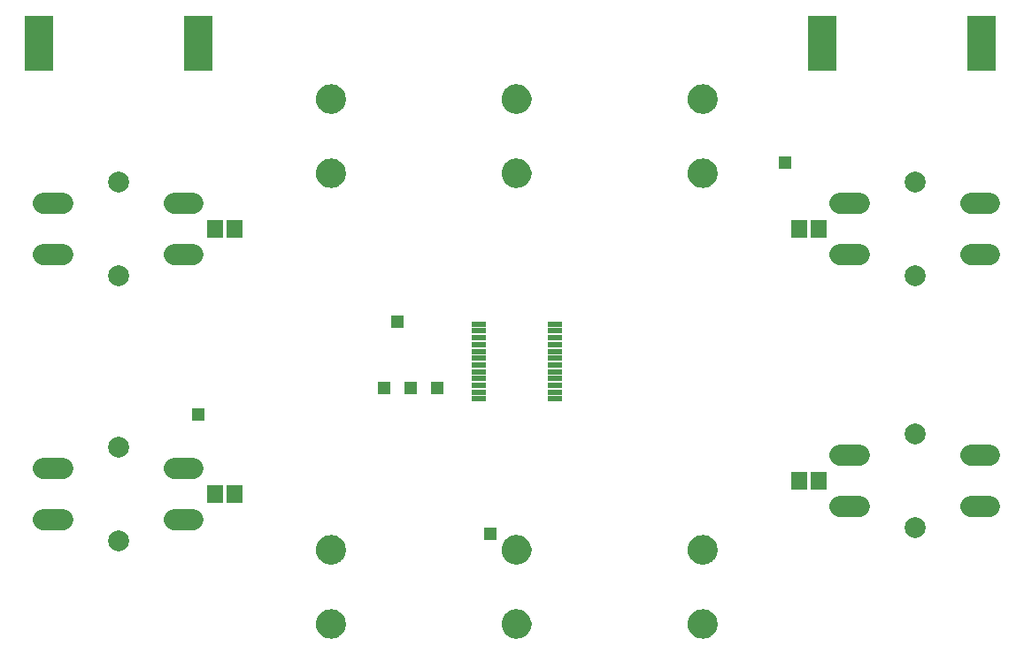
<source format=gbs>
G75*
%MOIN*%
%OFA0B0*%
%FSLAX25Y25*%
%IPPOS*%
%LPD*%
%AMOC8*
5,1,8,0,0,1.08239X$1,22.5*
%
%ADD10C,0.00500*%
%ADD11R,0.05721X0.02375*%
%ADD12R,0.10800X0.20800*%
%ADD13C,0.07850*%
%ADD14C,0.07900*%
%ADD15R,0.05918X0.06706*%
%ADD16R,0.04762X0.04762*%
D10*
X0133692Y0035176D02*
X0134382Y0034535D01*
X0135173Y0034023D01*
X0136041Y0033657D01*
X0136959Y0033447D01*
X0137900Y0033400D01*
X0138784Y0033495D01*
X0139638Y0033742D01*
X0140437Y0034133D01*
X0141155Y0034657D01*
X0141771Y0035298D01*
X0142267Y0036037D01*
X0142627Y0036850D01*
X0142840Y0037713D01*
X0142900Y0038600D01*
X0142830Y0039495D01*
X0142607Y0040364D01*
X0142235Y0041182D01*
X0141727Y0041922D01*
X0141099Y0042563D01*
X0140368Y0043085D01*
X0139558Y0043472D01*
X0138694Y0043713D01*
X0137800Y0043800D01*
X0136869Y0043745D01*
X0135961Y0043529D01*
X0135105Y0043158D01*
X0134326Y0042645D01*
X0133648Y0042004D01*
X0133092Y0041255D01*
X0132674Y0040421D01*
X0132407Y0039527D01*
X0132300Y0038600D01*
X0132417Y0037665D01*
X0132694Y0036765D01*
X0133123Y0035927D01*
X0133692Y0035176D01*
X0133862Y0035018D02*
X0141502Y0035018D01*
X0141918Y0035517D02*
X0133434Y0035517D01*
X0133078Y0036015D02*
X0142252Y0036015D01*
X0142478Y0036514D02*
X0132823Y0036514D01*
X0132618Y0037012D02*
X0142667Y0037012D01*
X0142790Y0037511D02*
X0132464Y0037511D01*
X0132374Y0038009D02*
X0142860Y0038009D01*
X0142894Y0038508D02*
X0132312Y0038508D01*
X0132347Y0039006D02*
X0142868Y0039006D01*
X0142828Y0039505D02*
X0132405Y0039505D01*
X0132549Y0040003D02*
X0142700Y0040003D01*
X0142544Y0040502D02*
X0132715Y0040502D01*
X0132964Y0041000D02*
X0142318Y0041000D01*
X0142018Y0041499D02*
X0133273Y0041499D01*
X0133643Y0041997D02*
X0141653Y0041997D01*
X0141165Y0042496D02*
X0134168Y0042496D01*
X0134856Y0042994D02*
X0140495Y0042994D01*
X0139485Y0043493D02*
X0135878Y0043493D01*
X0134406Y0034520D02*
X0140966Y0034520D01*
X0140208Y0034021D02*
X0135179Y0034021D01*
X0136630Y0033523D02*
X0138880Y0033523D01*
X0137900Y0061400D02*
X0138784Y0061495D01*
X0139638Y0061742D01*
X0140437Y0062133D01*
X0141155Y0062657D01*
X0141771Y0063298D01*
X0142267Y0064037D01*
X0142627Y0064850D01*
X0142840Y0065713D01*
X0142900Y0066600D01*
X0142830Y0067495D01*
X0142607Y0068364D01*
X0142235Y0069182D01*
X0141727Y0069922D01*
X0141099Y0070563D01*
X0140368Y0071085D01*
X0139558Y0071472D01*
X0138694Y0071713D01*
X0137800Y0071800D01*
X0136869Y0071745D01*
X0135961Y0071529D01*
X0135105Y0071158D01*
X0134326Y0070645D01*
X0133648Y0070004D01*
X0133092Y0069255D01*
X0132674Y0068421D01*
X0132407Y0067527D01*
X0132300Y0066600D01*
X0132417Y0065665D01*
X0132694Y0064765D01*
X0133123Y0063927D01*
X0133692Y0063176D01*
X0134382Y0062535D01*
X0135173Y0062023D01*
X0136041Y0061657D01*
X0136959Y0061447D01*
X0137900Y0061400D01*
X0138266Y0061439D02*
X0137120Y0061439D01*
X0135376Y0061938D02*
X0140038Y0061938D01*
X0140852Y0062436D02*
X0134535Y0062436D01*
X0133951Y0062935D02*
X0141421Y0062935D01*
X0141862Y0063433D02*
X0133497Y0063433D01*
X0133121Y0063932D02*
X0142196Y0063932D01*
X0142441Y0064430D02*
X0132866Y0064430D01*
X0132644Y0064929D02*
X0142646Y0064929D01*
X0142769Y0065427D02*
X0132490Y0065427D01*
X0132384Y0065926D02*
X0142854Y0065926D01*
X0142888Y0066424D02*
X0132322Y0066424D01*
X0132337Y0066923D02*
X0142875Y0066923D01*
X0142836Y0067421D02*
X0132395Y0067421D01*
X0132525Y0067920D02*
X0142721Y0067920D01*
X0142582Y0068418D02*
X0132673Y0068418D01*
X0132922Y0068917D02*
X0142355Y0068917D01*
X0142075Y0069415D02*
X0133211Y0069415D01*
X0133581Y0069914D02*
X0141733Y0069914D01*
X0141246Y0070412D02*
X0134080Y0070412D01*
X0134730Y0070911D02*
X0140612Y0070911D01*
X0139690Y0071409D02*
X0135686Y0071409D01*
X0202322Y0066923D02*
X0212860Y0066923D01*
X0212900Y0066600D02*
X0212783Y0067535D01*
X0212506Y0068435D01*
X0212077Y0069273D01*
X0211508Y0070024D01*
X0210818Y0070665D01*
X0210027Y0071177D01*
X0209159Y0071543D01*
X0208241Y0071753D01*
X0207300Y0071800D01*
X0206416Y0071705D01*
X0205562Y0071458D01*
X0204763Y0071067D01*
X0204045Y0070543D01*
X0203429Y0069902D01*
X0202933Y0069163D01*
X0202573Y0068350D01*
X0202360Y0067487D01*
X0202300Y0066600D01*
X0202370Y0065705D01*
X0202593Y0064836D01*
X0202965Y0064018D01*
X0203473Y0063278D01*
X0204101Y0062637D01*
X0204832Y0062115D01*
X0205642Y0061728D01*
X0206506Y0061487D01*
X0207400Y0061400D01*
X0208331Y0061455D01*
X0209239Y0061671D01*
X0210095Y0062042D01*
X0210874Y0062555D01*
X0211552Y0063196D01*
X0212108Y0063945D01*
X0212526Y0064779D01*
X0212793Y0065673D01*
X0212900Y0066600D01*
X0212880Y0066424D02*
X0202314Y0066424D01*
X0202352Y0065926D02*
X0212822Y0065926D01*
X0212719Y0065427D02*
X0202441Y0065427D01*
X0202569Y0064929D02*
X0212571Y0064929D01*
X0212351Y0064430D02*
X0202778Y0064430D01*
X0203024Y0063932D02*
X0212098Y0063932D01*
X0211728Y0063433D02*
X0203366Y0063433D01*
X0203809Y0062935D02*
X0211275Y0062935D01*
X0210693Y0062436D02*
X0204382Y0062436D01*
X0205202Y0061938D02*
X0209855Y0061938D01*
X0208061Y0061439D02*
X0206997Y0061439D01*
X0202356Y0067421D02*
X0212797Y0067421D01*
X0212665Y0067920D02*
X0202467Y0067920D01*
X0202603Y0068418D02*
X0212511Y0068418D01*
X0212259Y0068917D02*
X0202824Y0068917D01*
X0203102Y0069415D02*
X0211969Y0069415D01*
X0211592Y0069914D02*
X0203441Y0069914D01*
X0203920Y0070412D02*
X0211090Y0070412D01*
X0210438Y0070911D02*
X0204550Y0070911D01*
X0205462Y0071409D02*
X0209475Y0071409D01*
X0208241Y0043753D02*
X0207300Y0043800D01*
X0206416Y0043705D01*
X0205562Y0043458D01*
X0204763Y0043067D01*
X0204045Y0042543D01*
X0203429Y0041902D01*
X0202933Y0041163D01*
X0202573Y0040350D01*
X0202360Y0039487D01*
X0202300Y0038600D01*
X0202370Y0037705D01*
X0202593Y0036836D01*
X0202965Y0036018D01*
X0203473Y0035278D01*
X0204101Y0034637D01*
X0204832Y0034115D01*
X0205642Y0033728D01*
X0206506Y0033487D01*
X0207400Y0033400D01*
X0208331Y0033455D01*
X0209239Y0033671D01*
X0210095Y0034042D01*
X0210874Y0034555D01*
X0211552Y0035196D01*
X0212108Y0035945D01*
X0212526Y0036779D01*
X0212793Y0037673D01*
X0212900Y0038600D01*
X0212783Y0039535D01*
X0212506Y0040435D01*
X0212077Y0041273D01*
X0211508Y0042024D01*
X0210818Y0042665D01*
X0210027Y0043177D01*
X0209159Y0043543D01*
X0208241Y0043753D01*
X0209277Y0043493D02*
X0205681Y0043493D01*
X0204664Y0042994D02*
X0210309Y0042994D01*
X0211000Y0042496D02*
X0204000Y0042496D01*
X0203521Y0041997D02*
X0211529Y0041997D01*
X0211906Y0041499D02*
X0203158Y0041499D01*
X0202861Y0041000D02*
X0212216Y0041000D01*
X0212472Y0040502D02*
X0202640Y0040502D01*
X0202488Y0040003D02*
X0212639Y0040003D01*
X0212787Y0039505D02*
X0202364Y0039505D01*
X0202328Y0039006D02*
X0212849Y0039006D01*
X0212889Y0038508D02*
X0202307Y0038508D01*
X0202346Y0038009D02*
X0212832Y0038009D01*
X0212744Y0037511D02*
X0202420Y0037511D01*
X0202548Y0037012D02*
X0212596Y0037012D01*
X0212393Y0036514D02*
X0202740Y0036514D01*
X0202967Y0036015D02*
X0212143Y0036015D01*
X0211790Y0035517D02*
X0203309Y0035517D01*
X0203728Y0035018D02*
X0211364Y0035018D01*
X0210820Y0034520D02*
X0204266Y0034520D01*
X0205028Y0034021D02*
X0210047Y0034021D01*
X0208614Y0033523D02*
X0206378Y0033523D01*
X0272300Y0038600D02*
X0272417Y0037665D01*
X0272694Y0036765D01*
X0273123Y0035927D01*
X0273692Y0035176D01*
X0274382Y0034535D01*
X0275173Y0034023D01*
X0276041Y0033657D01*
X0276959Y0033447D01*
X0277900Y0033400D01*
X0278784Y0033495D01*
X0279638Y0033742D01*
X0280437Y0034133D01*
X0281155Y0034657D01*
X0281771Y0035298D01*
X0282267Y0036037D01*
X0282627Y0036850D01*
X0282840Y0037713D01*
X0282900Y0038600D01*
X0282830Y0039495D01*
X0282607Y0040364D01*
X0282235Y0041182D01*
X0281727Y0041922D01*
X0281099Y0042563D01*
X0280368Y0043085D01*
X0279558Y0043472D01*
X0278694Y0043713D01*
X0277800Y0043800D01*
X0276869Y0043745D01*
X0275961Y0043529D01*
X0275105Y0043158D01*
X0274326Y0042645D01*
X0273648Y0042004D01*
X0273092Y0041255D01*
X0272674Y0040421D01*
X0272407Y0039527D01*
X0272300Y0038600D01*
X0272312Y0038508D02*
X0282894Y0038508D01*
X0282868Y0039006D02*
X0272347Y0039006D01*
X0272405Y0039505D02*
X0282828Y0039505D01*
X0282700Y0040003D02*
X0272549Y0040003D01*
X0272715Y0040502D02*
X0282544Y0040502D01*
X0282318Y0041000D02*
X0272964Y0041000D01*
X0273273Y0041499D02*
X0282018Y0041499D01*
X0281653Y0041997D02*
X0273643Y0041997D01*
X0274168Y0042496D02*
X0281165Y0042496D01*
X0280495Y0042994D02*
X0274856Y0042994D01*
X0275878Y0043493D02*
X0279485Y0043493D01*
X0282860Y0038009D02*
X0272374Y0038009D01*
X0272464Y0037511D02*
X0282790Y0037511D01*
X0282667Y0037012D02*
X0272618Y0037012D01*
X0272823Y0036514D02*
X0282478Y0036514D01*
X0282252Y0036015D02*
X0273078Y0036015D01*
X0273434Y0035517D02*
X0281918Y0035517D01*
X0281502Y0035018D02*
X0273862Y0035018D01*
X0274406Y0034520D02*
X0280966Y0034520D01*
X0280208Y0034021D02*
X0275179Y0034021D01*
X0276630Y0033523D02*
X0278880Y0033523D01*
X0277900Y0061400D02*
X0278784Y0061495D01*
X0279638Y0061742D01*
X0280437Y0062133D01*
X0281155Y0062657D01*
X0281771Y0063298D01*
X0282267Y0064037D01*
X0282627Y0064850D01*
X0282840Y0065713D01*
X0282900Y0066600D01*
X0282830Y0067495D01*
X0282607Y0068364D01*
X0282235Y0069182D01*
X0281727Y0069922D01*
X0281099Y0070563D01*
X0280368Y0071085D01*
X0279558Y0071472D01*
X0278694Y0071713D01*
X0277800Y0071800D01*
X0276869Y0071745D01*
X0275961Y0071529D01*
X0275105Y0071158D01*
X0274326Y0070645D01*
X0273648Y0070004D01*
X0273092Y0069255D01*
X0272674Y0068421D01*
X0272407Y0067527D01*
X0272300Y0066600D01*
X0272417Y0065665D01*
X0272694Y0064765D01*
X0273123Y0063927D01*
X0273692Y0063176D01*
X0274382Y0062535D01*
X0275173Y0062023D01*
X0276041Y0061657D01*
X0276959Y0061447D01*
X0277900Y0061400D01*
X0278266Y0061439D02*
X0277120Y0061439D01*
X0275376Y0061938D02*
X0280038Y0061938D01*
X0280852Y0062436D02*
X0274535Y0062436D01*
X0273951Y0062935D02*
X0281421Y0062935D01*
X0281862Y0063433D02*
X0273497Y0063433D01*
X0273121Y0063932D02*
X0282196Y0063932D01*
X0282441Y0064430D02*
X0272866Y0064430D01*
X0272644Y0064929D02*
X0282646Y0064929D01*
X0282769Y0065427D02*
X0272490Y0065427D01*
X0272384Y0065926D02*
X0282854Y0065926D01*
X0282888Y0066424D02*
X0272322Y0066424D01*
X0272337Y0066923D02*
X0282875Y0066923D01*
X0282836Y0067421D02*
X0272395Y0067421D01*
X0272525Y0067920D02*
X0282721Y0067920D01*
X0282582Y0068418D02*
X0272673Y0068418D01*
X0272922Y0068917D02*
X0282355Y0068917D01*
X0282075Y0069415D02*
X0273211Y0069415D01*
X0273581Y0069914D02*
X0281733Y0069914D01*
X0281246Y0070412D02*
X0274080Y0070412D01*
X0274730Y0070911D02*
X0280612Y0070911D01*
X0279690Y0071409D02*
X0275686Y0071409D01*
X0277900Y0203400D02*
X0278784Y0203495D01*
X0279638Y0203742D01*
X0280437Y0204133D01*
X0281155Y0204657D01*
X0281771Y0205298D01*
X0282267Y0206037D01*
X0282627Y0206850D01*
X0282840Y0207713D01*
X0282900Y0208600D01*
X0282830Y0209495D01*
X0282607Y0210364D01*
X0282235Y0211182D01*
X0281727Y0211922D01*
X0281099Y0212563D01*
X0280368Y0213085D01*
X0279558Y0213472D01*
X0278694Y0213713D01*
X0277800Y0213800D01*
X0276869Y0213745D01*
X0275961Y0213529D01*
X0275105Y0213158D01*
X0274326Y0212645D01*
X0273648Y0212004D01*
X0273092Y0211255D01*
X0272674Y0210421D01*
X0272407Y0209527D01*
X0272300Y0208600D01*
X0272417Y0207665D01*
X0272694Y0206765D01*
X0273123Y0205927D01*
X0273692Y0205176D01*
X0274382Y0204535D01*
X0275173Y0204023D01*
X0276041Y0203657D01*
X0276959Y0203447D01*
X0277900Y0203400D01*
X0278854Y0203515D02*
X0276663Y0203515D01*
X0275197Y0204013D02*
X0280192Y0204013D01*
X0280955Y0204512D02*
X0274417Y0204512D01*
X0273870Y0205010D02*
X0281494Y0205010D01*
X0281912Y0205509D02*
X0273440Y0205509D01*
X0273082Y0206008D02*
X0282247Y0206008D01*
X0282475Y0206506D02*
X0272827Y0206506D01*
X0272620Y0207005D02*
X0282665Y0207005D01*
X0282788Y0207503D02*
X0272467Y0207503D01*
X0272375Y0208002D02*
X0282859Y0208002D01*
X0282893Y0208500D02*
X0272312Y0208500D01*
X0272346Y0208999D02*
X0282869Y0208999D01*
X0282830Y0209497D02*
X0272404Y0209497D01*
X0272547Y0209996D02*
X0282702Y0209996D01*
X0282548Y0210494D02*
X0272711Y0210494D01*
X0272960Y0210993D02*
X0282321Y0210993D01*
X0282023Y0211491D02*
X0273267Y0211491D01*
X0273638Y0211990D02*
X0281661Y0211990D01*
X0281172Y0212488D02*
X0274160Y0212488D01*
X0274845Y0212987D02*
X0280506Y0212987D01*
X0279512Y0213485D02*
X0275861Y0213485D01*
X0276959Y0231447D02*
X0277900Y0231400D01*
X0278784Y0231495D01*
X0279638Y0231742D01*
X0280437Y0232133D01*
X0281155Y0232657D01*
X0281771Y0233298D01*
X0282267Y0234037D01*
X0282627Y0234850D01*
X0282840Y0235713D01*
X0282900Y0236600D01*
X0282830Y0237495D01*
X0282607Y0238364D01*
X0282235Y0239182D01*
X0281727Y0239922D01*
X0281099Y0240563D01*
X0280368Y0241085D01*
X0279558Y0241472D01*
X0278694Y0241713D01*
X0277800Y0241800D01*
X0276869Y0241745D01*
X0275961Y0241529D01*
X0275105Y0241158D01*
X0274326Y0240645D01*
X0273648Y0240004D01*
X0273092Y0239255D01*
X0272674Y0238421D01*
X0272407Y0237527D01*
X0272300Y0236600D01*
X0272417Y0235665D01*
X0272694Y0234765D01*
X0273123Y0233927D01*
X0273692Y0233176D01*
X0274382Y0232535D01*
X0275173Y0232023D01*
X0276041Y0231657D01*
X0276959Y0231447D01*
X0277272Y0231432D02*
X0278194Y0231432D01*
X0280022Y0231930D02*
X0275394Y0231930D01*
X0274546Y0232429D02*
X0280841Y0232429D01*
X0281414Y0232927D02*
X0273960Y0232927D01*
X0273503Y0233426D02*
X0281857Y0233426D01*
X0282191Y0233924D02*
X0273125Y0233924D01*
X0272869Y0234423D02*
X0282438Y0234423D01*
X0282644Y0234921D02*
X0272646Y0234921D01*
X0272492Y0235420D02*
X0282767Y0235420D01*
X0282854Y0235918D02*
X0272385Y0235918D01*
X0272323Y0236417D02*
X0282888Y0236417D01*
X0282876Y0236915D02*
X0272337Y0236915D01*
X0272394Y0237414D02*
X0282837Y0237414D01*
X0282723Y0237912D02*
X0272522Y0237912D01*
X0272671Y0238411D02*
X0282585Y0238411D01*
X0282359Y0238909D02*
X0272919Y0238909D01*
X0273205Y0239408D02*
X0282080Y0239408D01*
X0281738Y0239906D02*
X0273576Y0239906D01*
X0274072Y0240405D02*
X0281254Y0240405D01*
X0280623Y0240903D02*
X0274718Y0240903D01*
X0275668Y0241402D02*
X0279706Y0241402D01*
X0212900Y0236600D02*
X0212783Y0237535D01*
X0212506Y0238435D01*
X0212077Y0239273D01*
X0211508Y0240024D01*
X0210818Y0240665D01*
X0210027Y0241177D01*
X0209159Y0241543D01*
X0208241Y0241753D01*
X0207300Y0241800D01*
X0206416Y0241705D01*
X0205562Y0241458D01*
X0204763Y0241067D01*
X0204045Y0240543D01*
X0203429Y0239902D01*
X0202933Y0239163D01*
X0202573Y0238350D01*
X0202360Y0237487D01*
X0202300Y0236600D01*
X0202370Y0235705D01*
X0202593Y0234836D01*
X0202965Y0234018D01*
X0203473Y0233278D01*
X0204101Y0232637D01*
X0204832Y0232115D01*
X0205642Y0231728D01*
X0206506Y0231487D01*
X0207400Y0231400D01*
X0208331Y0231455D01*
X0209239Y0231671D01*
X0210095Y0232042D01*
X0210874Y0232555D01*
X0211552Y0233196D01*
X0212108Y0233945D01*
X0212526Y0234779D01*
X0212793Y0235673D01*
X0212900Y0236600D01*
X0212879Y0236417D02*
X0202314Y0236417D01*
X0202321Y0236915D02*
X0212861Y0236915D01*
X0212798Y0237414D02*
X0202355Y0237414D01*
X0202465Y0237912D02*
X0212667Y0237912D01*
X0212513Y0238411D02*
X0202600Y0238411D01*
X0202821Y0238909D02*
X0212263Y0238909D01*
X0211975Y0239408D02*
X0203097Y0239408D01*
X0203433Y0239906D02*
X0211597Y0239906D01*
X0211098Y0240405D02*
X0203913Y0240405D01*
X0204539Y0240903D02*
X0210450Y0240903D01*
X0209493Y0241402D02*
X0205447Y0241402D01*
X0202353Y0235918D02*
X0212821Y0235918D01*
X0212717Y0235420D02*
X0202443Y0235420D01*
X0202571Y0234921D02*
X0212568Y0234921D01*
X0212347Y0234423D02*
X0202781Y0234423D01*
X0203030Y0233924D02*
X0212093Y0233924D01*
X0211722Y0233426D02*
X0203371Y0233426D01*
X0203817Y0232927D02*
X0211267Y0232927D01*
X0210682Y0232429D02*
X0204393Y0232429D01*
X0205218Y0231930D02*
X0209837Y0231930D01*
X0207933Y0231432D02*
X0207075Y0231432D01*
X0207300Y0213800D02*
X0206416Y0213705D01*
X0205562Y0213458D01*
X0204763Y0213067D01*
X0204045Y0212543D01*
X0203429Y0211902D01*
X0202933Y0211163D01*
X0202573Y0210350D01*
X0202360Y0209487D01*
X0202300Y0208600D01*
X0202370Y0207705D01*
X0202593Y0206836D01*
X0202965Y0206018D01*
X0203473Y0205278D01*
X0204101Y0204637D01*
X0204832Y0204115D01*
X0205642Y0203728D01*
X0206506Y0203487D01*
X0207400Y0203400D01*
X0208331Y0203455D01*
X0209239Y0203671D01*
X0210095Y0204042D01*
X0210874Y0204555D01*
X0211552Y0205196D01*
X0212108Y0205945D01*
X0212526Y0206779D01*
X0212793Y0207673D01*
X0212900Y0208600D01*
X0212783Y0209535D01*
X0212506Y0210435D01*
X0212077Y0211273D01*
X0211508Y0212024D01*
X0210818Y0212665D01*
X0210027Y0213177D01*
X0209159Y0213543D01*
X0208241Y0213753D01*
X0207300Y0213800D01*
X0205655Y0213485D02*
X0209295Y0213485D01*
X0210321Y0212987D02*
X0204654Y0212987D01*
X0203993Y0212488D02*
X0211009Y0212488D01*
X0211534Y0211990D02*
X0203514Y0211990D01*
X0203153Y0211491D02*
X0211912Y0211491D01*
X0212220Y0210993D02*
X0202858Y0210993D01*
X0202637Y0210494D02*
X0212476Y0210494D01*
X0212641Y0209996D02*
X0202486Y0209996D01*
X0202363Y0209497D02*
X0212788Y0209497D01*
X0212850Y0208999D02*
X0202327Y0208999D01*
X0202308Y0208500D02*
X0212888Y0208500D01*
X0212831Y0208002D02*
X0202347Y0208002D01*
X0202422Y0207503D02*
X0212742Y0207503D01*
X0212593Y0207005D02*
X0202550Y0207005D01*
X0202743Y0206506D02*
X0212389Y0206506D01*
X0212139Y0206008D02*
X0202972Y0206008D01*
X0203314Y0205509D02*
X0211784Y0205509D01*
X0211356Y0205010D02*
X0203735Y0205010D01*
X0204276Y0204512D02*
X0210808Y0204512D01*
X0210030Y0204013D02*
X0205044Y0204013D01*
X0206406Y0203515D02*
X0208582Y0203515D01*
X0142859Y0208002D02*
X0132375Y0208002D01*
X0132417Y0207665D02*
X0132694Y0206765D01*
X0133123Y0205927D01*
X0133692Y0205176D01*
X0134382Y0204535D01*
X0135173Y0204023D01*
X0136041Y0203657D01*
X0136959Y0203447D01*
X0137900Y0203400D01*
X0138784Y0203495D01*
X0139638Y0203742D01*
X0140437Y0204133D01*
X0141155Y0204657D01*
X0141771Y0205298D01*
X0142267Y0206037D01*
X0142627Y0206850D01*
X0142840Y0207713D01*
X0142900Y0208600D01*
X0142830Y0209495D01*
X0142607Y0210364D01*
X0142235Y0211182D01*
X0141727Y0211922D01*
X0141099Y0212563D01*
X0140368Y0213085D01*
X0139558Y0213472D01*
X0138694Y0213713D01*
X0137800Y0213800D01*
X0136869Y0213745D01*
X0135961Y0213529D01*
X0135105Y0213158D01*
X0134326Y0212645D01*
X0133648Y0212004D01*
X0133092Y0211255D01*
X0132674Y0210421D01*
X0132407Y0209527D01*
X0132300Y0208600D01*
X0132417Y0207665D01*
X0132467Y0207503D02*
X0142788Y0207503D01*
X0142665Y0207005D02*
X0132620Y0207005D01*
X0132827Y0206506D02*
X0142475Y0206506D01*
X0142247Y0206008D02*
X0133082Y0206008D01*
X0133440Y0205509D02*
X0141912Y0205509D01*
X0141494Y0205010D02*
X0133870Y0205010D01*
X0134417Y0204512D02*
X0140955Y0204512D01*
X0140192Y0204013D02*
X0135197Y0204013D01*
X0136663Y0203515D02*
X0138854Y0203515D01*
X0142893Y0208500D02*
X0132312Y0208500D01*
X0132346Y0208999D02*
X0142869Y0208999D01*
X0142830Y0209497D02*
X0132404Y0209497D01*
X0132547Y0209996D02*
X0142702Y0209996D01*
X0142548Y0210494D02*
X0132711Y0210494D01*
X0132960Y0210993D02*
X0142321Y0210993D01*
X0142023Y0211491D02*
X0133267Y0211491D01*
X0133638Y0211990D02*
X0141661Y0211990D01*
X0141172Y0212488D02*
X0134160Y0212488D01*
X0134845Y0212987D02*
X0140506Y0212987D01*
X0139512Y0213485D02*
X0135861Y0213485D01*
X0136959Y0231447D02*
X0137900Y0231400D01*
X0138784Y0231495D01*
X0139638Y0231742D01*
X0140437Y0232133D01*
X0141155Y0232657D01*
X0141771Y0233298D01*
X0142267Y0234037D01*
X0142627Y0234850D01*
X0142840Y0235713D01*
X0142900Y0236600D01*
X0142830Y0237495D01*
X0142607Y0238364D01*
X0142235Y0239182D01*
X0141727Y0239922D01*
X0141099Y0240563D01*
X0140368Y0241085D01*
X0139558Y0241472D01*
X0138694Y0241713D01*
X0137800Y0241800D01*
X0136869Y0241745D01*
X0135961Y0241529D01*
X0135105Y0241158D01*
X0134326Y0240645D01*
X0133648Y0240004D01*
X0133092Y0239255D01*
X0132674Y0238421D01*
X0132407Y0237527D01*
X0132300Y0236600D01*
X0132417Y0235665D01*
X0132694Y0234765D01*
X0133123Y0233927D01*
X0133692Y0233176D01*
X0134382Y0232535D01*
X0135173Y0232023D01*
X0136041Y0231657D01*
X0136959Y0231447D01*
X0137272Y0231432D02*
X0138194Y0231432D01*
X0140022Y0231930D02*
X0135394Y0231930D01*
X0134546Y0232429D02*
X0140841Y0232429D01*
X0141414Y0232927D02*
X0133960Y0232927D01*
X0133503Y0233426D02*
X0141857Y0233426D01*
X0142191Y0233924D02*
X0133125Y0233924D01*
X0132869Y0234423D02*
X0142438Y0234423D01*
X0142644Y0234921D02*
X0132646Y0234921D01*
X0132492Y0235420D02*
X0142767Y0235420D01*
X0142854Y0235918D02*
X0132385Y0235918D01*
X0132323Y0236417D02*
X0142888Y0236417D01*
X0142876Y0236915D02*
X0132337Y0236915D01*
X0132394Y0237414D02*
X0142837Y0237414D01*
X0142723Y0237912D02*
X0132522Y0237912D01*
X0132671Y0238411D02*
X0142585Y0238411D01*
X0142359Y0238909D02*
X0132919Y0238909D01*
X0133205Y0239408D02*
X0142080Y0239408D01*
X0141738Y0239906D02*
X0133576Y0239906D01*
X0134072Y0240405D02*
X0141254Y0240405D01*
X0140623Y0240903D02*
X0134718Y0240903D01*
X0135668Y0241402D02*
X0139706Y0241402D01*
D11*
X0193328Y0151675D03*
X0193328Y0149116D03*
X0193328Y0146557D03*
X0193328Y0143998D03*
X0193328Y0141439D03*
X0193328Y0138880D03*
X0193328Y0136320D03*
X0193328Y0133761D03*
X0193328Y0131202D03*
X0193328Y0128643D03*
X0193328Y0126084D03*
X0193328Y0123525D03*
X0221872Y0123525D03*
X0221872Y0126084D03*
X0221872Y0128643D03*
X0221872Y0131202D03*
X0221872Y0133761D03*
X0221872Y0136320D03*
X0221872Y0138880D03*
X0221872Y0141439D03*
X0221872Y0143998D03*
X0221872Y0146557D03*
X0221872Y0149116D03*
X0221872Y0151675D03*
D12*
X0322600Y0257600D03*
X0382600Y0257600D03*
X0087600Y0257600D03*
X0027600Y0257600D03*
D13*
X0029475Y0197400D02*
X0036525Y0197400D01*
X0036525Y0177800D02*
X0029475Y0177800D01*
X0078675Y0177800D02*
X0085725Y0177800D01*
X0085725Y0197400D02*
X0078675Y0197400D01*
X0078675Y0097400D02*
X0085725Y0097400D01*
X0085725Y0077800D02*
X0078675Y0077800D01*
X0036525Y0077800D02*
X0029475Y0077800D01*
X0029475Y0097400D02*
X0036525Y0097400D01*
X0329475Y0102400D02*
X0336525Y0102400D01*
X0336525Y0082800D02*
X0329475Y0082800D01*
X0378675Y0082800D02*
X0385725Y0082800D01*
X0385725Y0102400D02*
X0378675Y0102400D01*
X0378675Y0177800D02*
X0385725Y0177800D01*
X0385725Y0197400D02*
X0378675Y0197400D01*
X0336525Y0197400D02*
X0329475Y0197400D01*
X0329475Y0177800D02*
X0336525Y0177800D01*
D14*
X0057600Y0069900D03*
X0057600Y0105300D03*
X0057600Y0169900D03*
X0057600Y0205300D03*
X0357600Y0205300D03*
X0357600Y0169900D03*
X0357600Y0110300D03*
X0357600Y0074900D03*
D15*
X0321340Y0092600D03*
X0313860Y0092600D03*
X0313860Y0187600D03*
X0321340Y0187600D03*
X0101340Y0187600D03*
X0093860Y0187600D03*
X0093860Y0087600D03*
X0101340Y0087600D03*
D16*
X0087600Y0117600D03*
X0157600Y0127600D03*
X0167600Y0127600D03*
X0177600Y0127600D03*
X0162600Y0152600D03*
X0197600Y0072600D03*
X0308571Y0212600D03*
X0322600Y0257600D03*
X0382600Y0257600D03*
X0087600Y0257600D03*
X0027600Y0257600D03*
M02*

</source>
